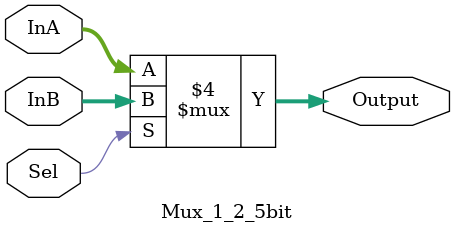
<source format=v>
module Mux_1_2_5bit(Sel,InA,InB,Output);

input Sel ;
input [4:0]InA,InB ;
output reg [4:0]Output ;

always @(Sel,InA,InB)
begin
	if (!Sel)
		Output = InA ;
	else
		Output = InB ;
end

endmodule
</source>
